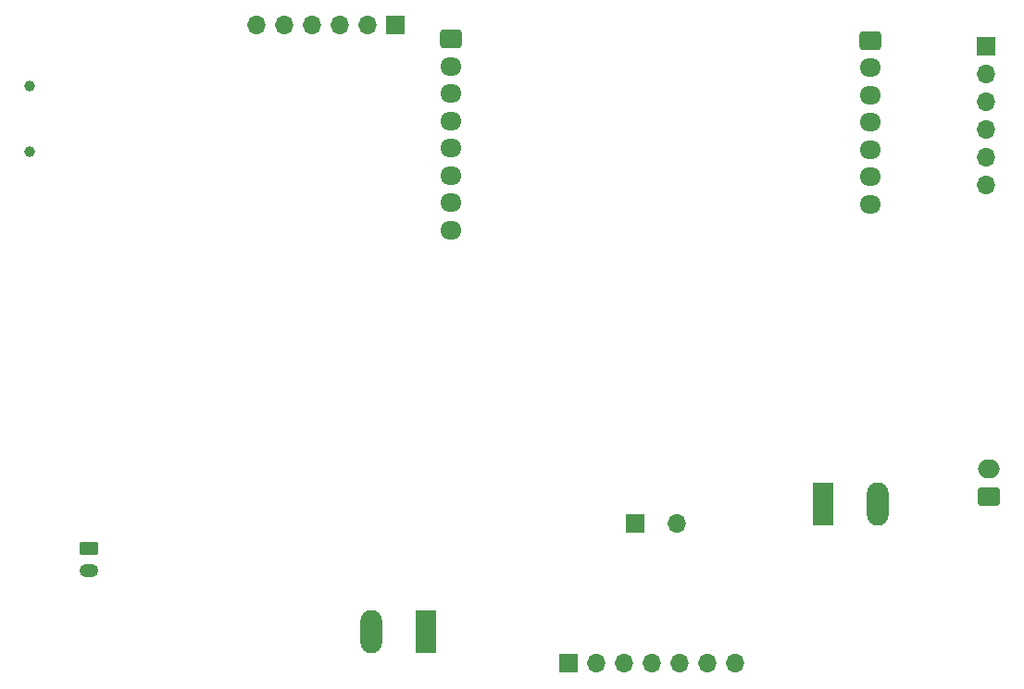
<source format=gbs>
G04 #@! TF.GenerationSoftware,KiCad,Pcbnew,(6.0.4)*
G04 #@! TF.CreationDate,2022-05-20T18:13:48-05:00*
G04 #@! TF.ProjectId,REEL,5245454c-2e6b-4696-9361-645f70636258,rev?*
G04 #@! TF.SameCoordinates,Original*
G04 #@! TF.FileFunction,Soldermask,Bot*
G04 #@! TF.FilePolarity,Negative*
%FSLAX46Y46*%
G04 Gerber Fmt 4.6, Leading zero omitted, Abs format (unit mm)*
G04 Created by KiCad (PCBNEW (6.0.4)) date 2022-05-20 18:13:48*
%MOMM*%
%LPD*%
G01*
G04 APERTURE LIST*
G04 Aperture macros list*
%AMRoundRect*
0 Rectangle with rounded corners*
0 $1 Rounding radius*
0 $2 $3 $4 $5 $6 $7 $8 $9 X,Y pos of 4 corners*
0 Add a 4 corners polygon primitive as box body*
4,1,4,$2,$3,$4,$5,$6,$7,$8,$9,$2,$3,0*
0 Add four circle primitives for the rounded corners*
1,1,$1+$1,$2,$3*
1,1,$1+$1,$4,$5*
1,1,$1+$1,$6,$7*
1,1,$1+$1,$8,$9*
0 Add four rect primitives between the rounded corners*
20,1,$1+$1,$2,$3,$4,$5,0*
20,1,$1+$1,$4,$5,$6,$7,0*
20,1,$1+$1,$6,$7,$8,$9,0*
20,1,$1+$1,$8,$9,$2,$3,0*%
G04 Aperture macros list end*
%ADD10R,1.980000X3.960000*%
%ADD11O,1.980000X3.960000*%
%ADD12R,1.700000X1.700000*%
%ADD13O,1.700000X1.700000*%
%ADD14RoundRect,0.250000X-0.725000X0.600000X-0.725000X-0.600000X0.725000X-0.600000X0.725000X0.600000X0*%
%ADD15O,1.950000X1.700000*%
%ADD16RoundRect,0.250000X0.750000X-0.600000X0.750000X0.600000X-0.750000X0.600000X-0.750000X-0.600000X0*%
%ADD17O,2.000000X1.700000*%
%ADD18C,1.000000*%
%ADD19RoundRect,0.250000X-0.625000X0.350000X-0.625000X-0.350000X0.625000X-0.350000X0.625000X0.350000X0*%
%ADD20O,1.750000X1.200000*%
G04 APERTURE END LIST*
D10*
X109630000Y-109220000D03*
D11*
X114630000Y-109220000D03*
D12*
X86360000Y-123825000D03*
D13*
X88900000Y-123825000D03*
X91440000Y-123825000D03*
X93980000Y-123825000D03*
X96520000Y-123825000D03*
X99060000Y-123825000D03*
X101600000Y-123825000D03*
D12*
X70485000Y-65405000D03*
D13*
X67945000Y-65405000D03*
X65405000Y-65405000D03*
X62865000Y-65405000D03*
X60325000Y-65405000D03*
X57785000Y-65405000D03*
D12*
X92405200Y-111023400D03*
D13*
X96215200Y-111023400D03*
D10*
X73250000Y-120895000D03*
D11*
X68250000Y-120895000D03*
D14*
X75565000Y-66675000D03*
D15*
X75565000Y-69175000D03*
X75565000Y-71675000D03*
X75565000Y-74175000D03*
X75565000Y-76675000D03*
X75565000Y-79175000D03*
X75565000Y-81675000D03*
X75565000Y-84175000D03*
D14*
X113965000Y-66795000D03*
D15*
X113965000Y-69295000D03*
X113965000Y-71795000D03*
X113965000Y-74295000D03*
X113965000Y-76795000D03*
X113965000Y-79295000D03*
X113965000Y-81795000D03*
D12*
X124485000Y-67335000D03*
D13*
X124485000Y-69875000D03*
X124485000Y-72415000D03*
X124485000Y-74955000D03*
X124485000Y-77495000D03*
X124485000Y-80035000D03*
D16*
X124795000Y-108565000D03*
D17*
X124795000Y-106065000D03*
D18*
X37070000Y-76965000D03*
X37070000Y-70965000D03*
D19*
X42460000Y-113300000D03*
D20*
X42460000Y-115300000D03*
M02*

</source>
